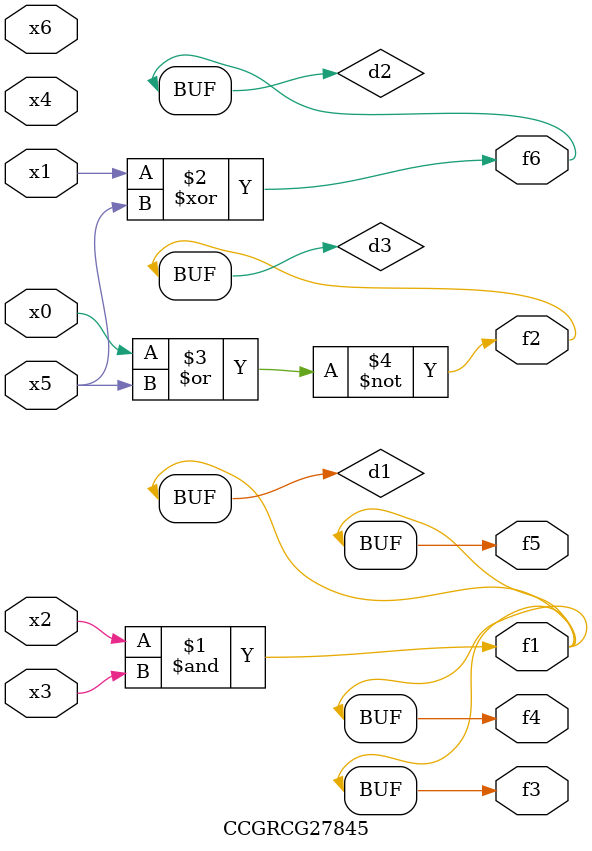
<source format=v>
module CCGRCG27845(
	input x0, x1, x2, x3, x4, x5, x6,
	output f1, f2, f3, f4, f5, f6
);

	wire d1, d2, d3;

	and (d1, x2, x3);
	xor (d2, x1, x5);
	nor (d3, x0, x5);
	assign f1 = d1;
	assign f2 = d3;
	assign f3 = d1;
	assign f4 = d1;
	assign f5 = d1;
	assign f6 = d2;
endmodule

</source>
